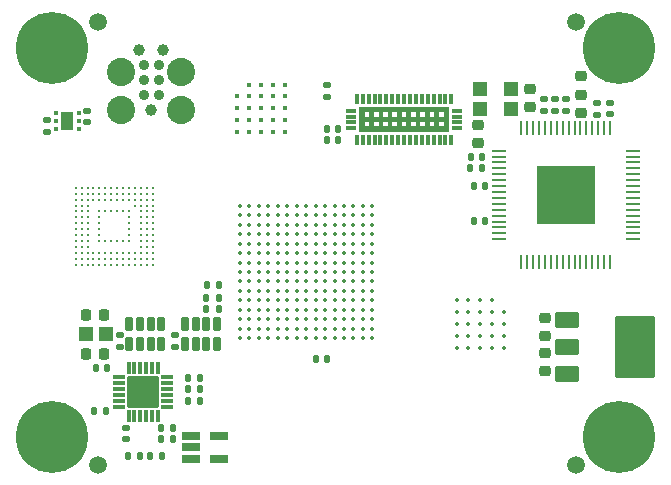
<source format=gts>
%TF.GenerationSoftware,KiCad,Pcbnew,9.0.6-9.0.6~ubuntu24.04.1*%
%TF.CreationDate,2025-11-23T23:40:51+01:00*%
%TF.ProjectId,BB3plus CM5 STM32H7 module,42423370-6c75-4732-9043-4d352053544d,r1B1*%
%TF.SameCoordinates,Original*%
%TF.FileFunction,Soldermask,Top*%
%TF.FilePolarity,Negative*%
%FSLAX46Y46*%
G04 Gerber Fmt 4.6, Leading zero omitted, Abs format (unit mm)*
G04 Created by KiCad (PCBNEW 9.0.6-9.0.6~ubuntu24.04.1) date 2025-11-23 23:40:51*
%MOMM*%
%LPD*%
G01*
G04 APERTURE LIST*
G04 Aperture macros list*
%AMRoundRect*
0 Rectangle with rounded corners*
0 $1 Rounding radius*
0 $2 $3 $4 $5 $6 $7 $8 $9 X,Y pos of 4 corners*
0 Add a 4 corners polygon primitive as box body*
4,1,4,$2,$3,$4,$5,$6,$7,$8,$9,$2,$3,0*
0 Add four circle primitives for the rounded corners*
1,1,$1+$1,$2,$3*
1,1,$1+$1,$4,$5*
1,1,$1+$1,$6,$7*
1,1,$1+$1,$8,$9*
0 Add four rect primitives between the rounded corners*
20,1,$1+$1,$2,$3,$4,$5,0*
20,1,$1+$1,$4,$5,$6,$7,0*
20,1,$1+$1,$6,$7,$8,$9,0*
20,1,$1+$1,$8,$9,$2,$3,0*%
G04 Aperture macros list end*
%ADD10C,0.000000*%
%ADD11RoundRect,0.135000X0.135000X0.185000X-0.135000X0.185000X-0.135000X-0.185000X0.135000X-0.185000X0*%
%ADD12RoundRect,0.225000X-0.225000X-0.250000X0.225000X-0.250000X0.225000X0.250000X-0.225000X0.250000X0*%
%ADD13RoundRect,0.057252X0.556248X-0.506248X0.556248X0.506248X-0.556248X0.506248X-0.556248X-0.506248X0*%
%ADD14RoundRect,0.140000X-0.140000X-0.170000X0.140000X-0.170000X0.140000X0.170000X-0.140000X0.170000X0*%
%ADD15RoundRect,0.135000X-0.185000X0.135000X-0.185000X-0.135000X0.185000X-0.135000X0.185000X0.135000X0*%
%ADD16RoundRect,0.140000X0.170000X-0.140000X0.170000X0.140000X-0.170000X0.140000X-0.170000X-0.140000X0*%
%ADD17RoundRect,0.140000X0.140000X0.170000X-0.140000X0.170000X-0.140000X-0.170000X0.140000X-0.170000X0*%
%ADD18C,1.500000*%
%ADD19C,0.355600*%
%ADD20RoundRect,0.225000X0.250000X-0.225000X0.250000X0.225000X-0.250000X0.225000X-0.250000X-0.225000X0*%
%ADD21R,0.228600X1.143000*%
%ADD22R,1.143000X0.228600*%
%ADD23R,5.000000X5.000000*%
%ADD24RoundRect,0.225000X-0.250000X0.225000X-0.250000X-0.225000X0.250000X-0.225000X0.250000X0.225000X0*%
%ADD25C,0.370000*%
%ADD26R,0.300000X0.850000*%
%ADD27R,0.850000X0.300000*%
%ADD28RoundRect,0.135000X0.185000X-0.135000X0.185000X0.135000X-0.185000X0.135000X-0.185000X-0.135000X0*%
%ADD29C,0.228600*%
%ADD30RoundRect,0.225000X0.225000X0.250000X-0.225000X0.250000X-0.225000X-0.250000X0.225000X-0.250000X0*%
%ADD31RoundRect,0.057573X-0.971127X-0.590127X0.971127X-0.590127X0.971127X0.590127X-0.971127X0.590127X0*%
%ADD32RoundRect,0.053238X-1.610462X-2.562962X1.610462X-2.562962X1.610462X2.562962X-1.610462X2.562962X0*%
%ADD33RoundRect,0.140000X-0.170000X0.140000X-0.170000X-0.140000X0.170000X-0.140000X0.170000X0.140000X0*%
%ADD34RoundRect,0.135000X-0.135000X-0.185000X0.135000X-0.185000X0.135000X0.185000X-0.135000X0.185000X0*%
%ADD35R,0.449999X0.299999*%
%ADD36R,1.000000X1.599999*%
%ADD37RoundRect,0.063703X0.249797X0.499797X-0.249797X0.499797X-0.249797X-0.499797X0.249797X-0.499797X0*%
%ADD38C,2.387600*%
%ADD39C,0.990600*%
%ADD40RoundRect,0.457200X0.000010X-0.000010X0.000010X0.000010X-0.000010X0.000010X-0.000010X-0.000010X0*%
%ADD41RoundRect,0.062345X-0.737755X-0.280555X0.737755X-0.280555X0.737755X0.280555X-0.737755X0.280555X0*%
%ADD42RoundRect,0.057252X-0.506248X-0.556248X0.506248X-0.556248X0.506248X0.556248X-0.506248X0.556248X0*%
%ADD43RoundRect,0.076200X-0.114300X-0.419100X0.114300X-0.419100X0.114300X0.419100X-0.114300X0.419100X0*%
%ADD44RoundRect,0.076200X-0.419100X0.114300X-0.419100X-0.114300X0.419100X-0.114300X0.419100X0.114300X0*%
%ADD45RoundRect,0.053290X1.305610X-1.305610X1.305610X1.305610X-1.305610X1.305610X-1.305610X-1.305610X0*%
%ADD46C,6.100000*%
G04 APERTURE END LIST*
D10*
%TO.C,IC9*%
G36*
X131248500Y-81186300D02*
G01*
X123571500Y-81186300D01*
X123571500Y-80691500D01*
X131248500Y-80691500D01*
X131248500Y-81186300D01*
G37*
G36*
X131248500Y-81973700D02*
G01*
X123571500Y-81973700D01*
X123571500Y-81586300D01*
X131248500Y-81586300D01*
X131248500Y-81973700D01*
G37*
G36*
X124060400Y-82868500D02*
G01*
X123571500Y-82868500D01*
X123571500Y-80691500D01*
X124060400Y-80691500D01*
X124060400Y-82868500D01*
G37*
G36*
X131248500Y-82868500D02*
G01*
X123571500Y-82868500D01*
X123571500Y-82373700D01*
X131248500Y-82373700D01*
X131248500Y-82868500D01*
G37*
G36*
X124847800Y-82868500D02*
G01*
X124460400Y-82868500D01*
X124460400Y-80691500D01*
X124847800Y-80691500D01*
X124847800Y-82868500D01*
G37*
G36*
X125635200Y-82868500D02*
G01*
X125247800Y-82868500D01*
X125247800Y-80691500D01*
X125635200Y-80691500D01*
X125635200Y-82868500D01*
G37*
G36*
X126422600Y-82868500D02*
G01*
X126035200Y-82868500D01*
X126035200Y-80691500D01*
X126422600Y-80691500D01*
X126422600Y-82868500D01*
G37*
G36*
X127210000Y-82868500D02*
G01*
X126822600Y-82868500D01*
X126822600Y-80691500D01*
X127210000Y-80691500D01*
X127210000Y-82868500D01*
G37*
G36*
X127997400Y-82868500D02*
G01*
X127610000Y-82868500D01*
X127610000Y-80691500D01*
X127997400Y-80691500D01*
X127997400Y-82868500D01*
G37*
G36*
X128784800Y-82868500D02*
G01*
X128397400Y-82868500D01*
X128397400Y-80691500D01*
X128784800Y-80691500D01*
X128784800Y-82868500D01*
G37*
G36*
X129572200Y-82868500D02*
G01*
X129184800Y-82868500D01*
X129184800Y-80691500D01*
X129572200Y-80691500D01*
X129572200Y-82868500D01*
G37*
G36*
X130359600Y-82868500D02*
G01*
X129972200Y-82868500D01*
X129972200Y-80691500D01*
X130359600Y-80691500D01*
X130359600Y-82868500D01*
G37*
G36*
X131248500Y-82868500D02*
G01*
X130759600Y-82868500D01*
X130759600Y-80691500D01*
X131248500Y-80691500D01*
X131248500Y-82868500D01*
G37*
%TD*%
D11*
%TO.C,R2*%
X111700000Y-96890000D03*
X110680000Y-96890000D03*
%TD*%
D12*
%TO.C,C55*%
X100445000Y-98320000D03*
X101995000Y-98320000D03*
%TD*%
D13*
%TO.C,FB4*%
X133840000Y-80930000D03*
X133840000Y-79230000D03*
%TD*%
D11*
%TO.C,R19*%
X134000000Y-85850000D03*
X132980000Y-85850000D03*
%TD*%
D14*
%TO.C,C7*%
X119940000Y-102020000D03*
X120900000Y-102020000D03*
%TD*%
D15*
%TO.C,R4*%
X108010000Y-100000000D03*
X108010000Y-101020000D03*
%TD*%
D16*
%TO.C,C6*%
X100600000Y-82000000D03*
X100600000Y-81040000D03*
%TD*%
D17*
%TO.C,C63*%
X134265300Y-87416801D03*
X133305300Y-87416801D03*
%TD*%
D18*
%TO.C,FM1*%
X101500000Y-73500000D03*
%TD*%
D19*
%TO.C,IC7*%
X135849994Y-98095000D03*
X135849994Y-99095000D03*
X135849994Y-100095000D03*
X135849994Y-101095000D03*
X134849996Y-97095000D03*
X134849996Y-98095000D03*
X134849996Y-99095000D03*
X134849996Y-100095000D03*
X134849996Y-101095000D03*
X133849998Y-97095000D03*
X133849998Y-98095000D03*
X133849998Y-99095000D03*
X133849998Y-100095000D03*
X133849998Y-101095000D03*
X132850000Y-97095000D03*
X132850000Y-98095000D03*
X132850000Y-99095000D03*
X132850000Y-100095000D03*
X132850000Y-101095000D03*
X131850002Y-97095000D03*
X131850002Y-98095000D03*
X131850002Y-99095000D03*
X131850002Y-100095000D03*
X131850002Y-101095000D03*
%TD*%
D20*
%TO.C,C1*%
X139340000Y-100110000D03*
X139340000Y-98560000D03*
%TD*%
D21*
%TO.C,IC8*%
X144840000Y-82493100D03*
X144340001Y-82493100D03*
X143840000Y-82493100D03*
X143340001Y-82493100D03*
X142839999Y-82493100D03*
X142340000Y-82493100D03*
X141840001Y-82493100D03*
X141340000Y-82493100D03*
X140840000Y-82493100D03*
X140339999Y-82493100D03*
X139840000Y-82493100D03*
X139340001Y-82493100D03*
X138839999Y-82493100D03*
X138340000Y-82493100D03*
X137839999Y-82493100D03*
X137340000Y-82493100D03*
D22*
X135413100Y-84420000D03*
X135413100Y-84919999D03*
X135413100Y-85420000D03*
X135413100Y-85919999D03*
X135413100Y-86420001D03*
X135413100Y-86920000D03*
X135413100Y-87419999D03*
X135413100Y-87920000D03*
X135413100Y-88420000D03*
X135413100Y-88920001D03*
X135413100Y-89420000D03*
X135413100Y-89919999D03*
X135413100Y-90420001D03*
X135413100Y-90920000D03*
X135413100Y-91420001D03*
X135413100Y-91920000D03*
D21*
X137340000Y-93846900D03*
X137839999Y-93846900D03*
X138340000Y-93846900D03*
X138839999Y-93846900D03*
X139340001Y-93846900D03*
X139840000Y-93846900D03*
X140339999Y-93846900D03*
X140840000Y-93846900D03*
X141340000Y-93846900D03*
X141840001Y-93846900D03*
X142340000Y-93846900D03*
X142839999Y-93846900D03*
X143340001Y-93846900D03*
X143840000Y-93846900D03*
X144340001Y-93846900D03*
X144840000Y-93846900D03*
D22*
X146766900Y-91920000D03*
X146766900Y-91420001D03*
X146766900Y-90920000D03*
X146766900Y-90420001D03*
X146766900Y-89919999D03*
X146766900Y-89420000D03*
X146766900Y-88920001D03*
X146766900Y-88420000D03*
X146766900Y-87920000D03*
X146766900Y-87419999D03*
X146766900Y-86920000D03*
X146766900Y-86420001D03*
X146766900Y-85919999D03*
X146766900Y-85420000D03*
X146766900Y-84919999D03*
X146766900Y-84420000D03*
D23*
X141090000Y-88170000D03*
%TD*%
D16*
%TO.C,C61*%
X144845300Y-81346801D03*
X144845300Y-80386801D03*
%TD*%
D24*
%TO.C,C2*%
X139347076Y-101520000D03*
X139347076Y-103070000D03*
%TD*%
D13*
%TO.C,FB3*%
X136420000Y-80920000D03*
X136420000Y-79220000D03*
%TD*%
D25*
%TO.C,IC10*%
X114300000Y-78830000D03*
X115300000Y-78830000D03*
X116300000Y-78830000D03*
X117300000Y-78830000D03*
X113300000Y-79830000D03*
X114300000Y-79830000D03*
X115300000Y-79830000D03*
X116300000Y-79830000D03*
X117300000Y-79830000D03*
X113300000Y-80830000D03*
X114300000Y-80830000D03*
X115300000Y-80830000D03*
X116300000Y-80830000D03*
X117300000Y-80830000D03*
X113300000Y-81830000D03*
X114300000Y-81830000D03*
X115300000Y-81830000D03*
X116300000Y-81830000D03*
X117300000Y-81830000D03*
X113300000Y-82830000D03*
X114300000Y-82830000D03*
X115300000Y-82830000D03*
X116300000Y-82830000D03*
X117300000Y-82830000D03*
%TD*%
D26*
%TO.C,IC9*%
X123410000Y-83505000D03*
X123909999Y-83505000D03*
X124410001Y-83505000D03*
X124910000Y-83505000D03*
X125409999Y-83505000D03*
X125910000Y-83505000D03*
X126409999Y-83505000D03*
X126910001Y-83505000D03*
X127410000Y-83505000D03*
X127909999Y-83505000D03*
X128410001Y-83505000D03*
X128910000Y-83505000D03*
X129410001Y-83505000D03*
X129910000Y-83505000D03*
X130409999Y-83505000D03*
X130910001Y-83505000D03*
X131410000Y-83505000D03*
D27*
X131885000Y-82530189D03*
X131885000Y-82030063D03*
X131885000Y-81529937D03*
X131885000Y-81029811D03*
D26*
X131410000Y-80055000D03*
X130910001Y-80055000D03*
X130409999Y-80055000D03*
X129910000Y-80055000D03*
X129410001Y-80055000D03*
X128910000Y-80055000D03*
X128410001Y-80055000D03*
X127909999Y-80055000D03*
X127410000Y-80055000D03*
X126910001Y-80055000D03*
X126409999Y-80055000D03*
X125910000Y-80055000D03*
X125409999Y-80055000D03*
X124910000Y-80055000D03*
X124410001Y-80055000D03*
X123909999Y-80055000D03*
X123410000Y-80055000D03*
D27*
X122935000Y-81029811D03*
X122935000Y-81529937D03*
X122935000Y-82030063D03*
X122935000Y-82530189D03*
%TD*%
D15*
%TO.C,R8*%
X103320700Y-100000000D03*
X103320700Y-101020000D03*
%TD*%
D17*
%TO.C,C71*%
X121820000Y-82580000D03*
X120860000Y-82580000D03*
%TD*%
%TO.C,C51*%
X107810700Y-108830000D03*
X106850700Y-108830000D03*
%TD*%
D28*
%TO.C,R20*%
X141120000Y-81090000D03*
X141120000Y-80070000D03*
%TD*%
D18*
%TO.C,FM3*%
X101500000Y-111000000D03*
%TD*%
D29*
%TO.C,IC5*%
X106110819Y-87569181D03*
X105610693Y-87569181D03*
X105110567Y-87569181D03*
X104610441Y-87569181D03*
X104110315Y-87569181D03*
X103610189Y-87569181D03*
X103110063Y-87569181D03*
X102609937Y-87569181D03*
X102109811Y-87569181D03*
X101609685Y-87569181D03*
X101109559Y-87569181D03*
X100609433Y-87569181D03*
X100109307Y-87569181D03*
X99609181Y-87569181D03*
X106110819Y-88069307D03*
X104610441Y-88069307D03*
X104110315Y-88069307D03*
X103610189Y-88069307D03*
X103110063Y-88069307D03*
X102609937Y-88069307D03*
X102109811Y-88069307D03*
X101609685Y-88069307D03*
X101109559Y-88069307D03*
X100609433Y-88069307D03*
X99609181Y-88069307D03*
X105110567Y-88569433D03*
X104610441Y-88569433D03*
X104110315Y-88569433D03*
X103610189Y-88569433D03*
X102609937Y-88569433D03*
X102109811Y-88569433D03*
X101609685Y-88569433D03*
X101109559Y-88569433D03*
X100609433Y-88569433D03*
X100109307Y-88569433D03*
X104610441Y-89069559D03*
X105110567Y-89569685D03*
X100109307Y-90069811D03*
X105610693Y-90569937D03*
X105110567Y-90569937D03*
X100609433Y-90569937D03*
X100109307Y-90569937D03*
X106110819Y-91070063D03*
X105610693Y-91070063D03*
X105110567Y-91070063D03*
X100609433Y-91070063D03*
X100109307Y-91070063D03*
X99609181Y-91070063D03*
X106110819Y-91570189D03*
X105610693Y-91570189D03*
X105110567Y-91570189D03*
X100609433Y-91570189D03*
X100109307Y-91570189D03*
X99609181Y-91570189D03*
X106110819Y-92070315D03*
X105610693Y-92070315D03*
X105110567Y-92070315D03*
X100609433Y-92070315D03*
X100109307Y-92070315D03*
X106110819Y-92570441D03*
X105610693Y-92570441D03*
X105110567Y-92570441D03*
X100609433Y-92570441D03*
X100109307Y-92570441D03*
X99609181Y-92570441D03*
X106110819Y-93070567D03*
X105610693Y-93070567D03*
X105110567Y-93070567D03*
X104610441Y-93070567D03*
X104110315Y-93070567D03*
X103610189Y-93070567D03*
X103110063Y-93070567D03*
X102609937Y-93070567D03*
X102109811Y-93070567D03*
X101609685Y-93070567D03*
X101109559Y-93070567D03*
X100609433Y-93070567D03*
X100109307Y-93070567D03*
X99609181Y-93070567D03*
X106110819Y-93570693D03*
X105610693Y-93570693D03*
X105110567Y-93570693D03*
X104610441Y-93570693D03*
X104110315Y-93570693D03*
X103610189Y-93570693D03*
X103110063Y-93570693D03*
X102609937Y-93570693D03*
X102109811Y-93570693D03*
X101609685Y-93570693D03*
X101109559Y-93570693D03*
X100609433Y-93570693D03*
X100109307Y-93570693D03*
X99609181Y-93570693D03*
X106110819Y-94070819D03*
X105610693Y-94070819D03*
X105110567Y-94070819D03*
X104610441Y-94070819D03*
X104110315Y-94070819D03*
X103610189Y-94070819D03*
X103110063Y-94070819D03*
X102609937Y-94070819D03*
X102109811Y-94070819D03*
X101609685Y-94070819D03*
X101109559Y-94070819D03*
X100609433Y-94070819D03*
X100109307Y-94070819D03*
X99609181Y-94070819D03*
X106110819Y-88569433D03*
X106110819Y-89069559D03*
X106110819Y-89569685D03*
X106110819Y-90069811D03*
X106110819Y-90569937D03*
X105610693Y-88069307D03*
X105610693Y-88569433D03*
X105610693Y-89069559D03*
X105610693Y-89569685D03*
X105610693Y-90069811D03*
X105110567Y-88069307D03*
X105110567Y-89069559D03*
X105110567Y-90069811D03*
X104110315Y-89569685D03*
X104110315Y-90069811D03*
X104110315Y-90569937D03*
X104110315Y-91070063D03*
X104110315Y-91570189D03*
X104110315Y-92070315D03*
X103610189Y-89569685D03*
X103610189Y-92070315D03*
X103110063Y-88569433D03*
X103110063Y-89569685D03*
X103110063Y-92070315D03*
X102609937Y-89569685D03*
X102609937Y-92070315D03*
X102109811Y-89569685D03*
X102109811Y-92070315D03*
X101609685Y-89569685D03*
X101609685Y-90069811D03*
X101609685Y-90569937D03*
X101609685Y-91070063D03*
X101609685Y-91570189D03*
X101609685Y-92070315D03*
X100609433Y-89069559D03*
X100609433Y-89569685D03*
X100609433Y-90069811D03*
X100109307Y-88069307D03*
X100109307Y-89069559D03*
X100109307Y-89569685D03*
X99609181Y-88569433D03*
X99609181Y-89069559D03*
X99609181Y-89569685D03*
X99609181Y-90069811D03*
X99609181Y-90569937D03*
X99609181Y-92070315D03*
%TD*%
D30*
%TO.C,C54*%
X102002000Y-101610000D03*
X100452000Y-101610000D03*
%TD*%
D14*
%TO.C,C50*%
X106850700Y-107910000D03*
X107810700Y-107910000D03*
%TD*%
D31*
%TO.C,IC1*%
X141207076Y-98718600D03*
X141207076Y-101030000D03*
X141207076Y-103341400D03*
D32*
X146972876Y-101030000D03*
%TD*%
D18*
%TO.C,FM2*%
X142000000Y-73500000D03*
%TD*%
D33*
%TO.C,C52*%
X103840000Y-107870000D03*
X103840000Y-108830000D03*
%TD*%
D24*
%TO.C,C68*%
X133690000Y-82215000D03*
X133690000Y-83765000D03*
%TD*%
D18*
%TO.C,FM4*%
X142000000Y-111000000D03*
%TD*%
D34*
%TO.C,R7*%
X109120000Y-105580000D03*
X110140000Y-105580000D03*
%TD*%
D11*
%TO.C,R10*%
X106940000Y-110240000D03*
X105920000Y-110240000D03*
%TD*%
D17*
%TO.C,C62*%
X134000000Y-84926801D03*
X133040000Y-84926801D03*
%TD*%
%TO.C,C53*%
X102290000Y-102810000D03*
X101330000Y-102810000D03*
%TD*%
D35*
%TO.C,IC4*%
X99869998Y-82570000D03*
X99869998Y-81919999D03*
X99869998Y-81270000D03*
X97920000Y-81270000D03*
X97920000Y-81919999D03*
X97920000Y-82570000D03*
D36*
X98894999Y-81919999D03*
%TD*%
D37*
%TO.C,RN2*%
X111550000Y-99130000D03*
X110650000Y-99130000D03*
X109750000Y-99130000D03*
X108850000Y-99130000D03*
X108850000Y-100830000D03*
X109750000Y-100830000D03*
X110650000Y-100830000D03*
X111550000Y-100830000D03*
%TD*%
D17*
%TO.C,C70*%
X121820000Y-83500000D03*
X120860000Y-83500000D03*
%TD*%
D28*
%TO.C,R18*%
X143770000Y-81390000D03*
X143770000Y-80370000D03*
%TD*%
D11*
%TO.C,R1*%
X111700000Y-97840000D03*
X110680000Y-97840000D03*
%TD*%
D16*
%TO.C,C3*%
X97190000Y-82810000D03*
X97190000Y-81850000D03*
%TD*%
D38*
%TO.C,X1*%
X103460000Y-80955000D03*
D39*
X106000000Y-80955000D03*
D38*
X108540000Y-80955000D03*
X103460000Y-77780000D03*
X108540000Y-77780000D03*
D39*
X104984000Y-75875000D03*
X107016000Y-75875000D03*
D40*
X106635000Y-79685000D03*
X105365000Y-79685000D03*
X106635000Y-78415000D03*
X105365000Y-78415000D03*
X106635000Y-77145000D03*
X105365000Y-77145000D03*
%TD*%
D41*
%TO.C,IC2*%
X109380000Y-108600000D03*
X109380000Y-109550000D03*
X109380000Y-110500000D03*
X111767600Y-110500000D03*
X111767600Y-108600000D03*
%TD*%
D15*
%TO.C,R22*%
X120910000Y-78820000D03*
X120910000Y-79840000D03*
%TD*%
D17*
%TO.C,C65*%
X134265300Y-90406801D03*
X133305300Y-90406801D03*
%TD*%
D11*
%TO.C,R9*%
X102160000Y-106440000D03*
X101140000Y-106440000D03*
%TD*%
D34*
%TO.C,R6*%
X109120000Y-104640000D03*
X110140000Y-104640000D03*
%TD*%
D42*
%TO.C,FB2*%
X100453000Y-99960000D03*
X102153000Y-99960000D03*
%TD*%
D20*
%TO.C,JP1*%
X142410000Y-79670000D03*
X142410000Y-78120000D03*
X142410000Y-81220000D03*
%TD*%
D43*
%TO.C,IC6*%
X104080000Y-106859300D03*
X104580000Y-106859300D03*
X105080000Y-106859300D03*
X105580000Y-106859300D03*
X106080000Y-106859300D03*
X106580000Y-106859300D03*
D44*
X107349300Y-106090000D03*
X107349300Y-105590000D03*
X107349300Y-105090000D03*
X107349300Y-104590000D03*
X107349300Y-104090000D03*
X107349300Y-103590000D03*
D43*
X106580000Y-102820700D03*
X106080000Y-102820700D03*
X105580000Y-102820700D03*
X105080000Y-102820700D03*
X104580000Y-102820700D03*
X104080000Y-102820700D03*
D44*
X103310700Y-103590000D03*
X103310700Y-104090000D03*
X103310700Y-104590000D03*
X103310700Y-105090000D03*
X103310700Y-105590000D03*
X103310700Y-106090000D03*
D45*
X105330000Y-104840000D03*
%TD*%
D15*
%TO.C,R17*%
X140184700Y-80070000D03*
X140184700Y-81090000D03*
%TD*%
D20*
%TO.C,C67*%
X138070000Y-80765000D03*
X138070000Y-79215000D03*
%TD*%
D11*
%TO.C,R11*%
X105080000Y-110240000D03*
X104060000Y-110240000D03*
%TD*%
%TO.C,R3*%
X111710000Y-95760000D03*
X110690000Y-95760000D03*
%TD*%
%TO.C,R5*%
X110140000Y-103700000D03*
X109120000Y-103700000D03*
%TD*%
D37*
%TO.C,RN1*%
X106860000Y-99130000D03*
X105960000Y-99130000D03*
X105060000Y-99130000D03*
X104160000Y-99130000D03*
X104160000Y-100830000D03*
X105060000Y-100830000D03*
X105960000Y-100830000D03*
X106860000Y-100830000D03*
%TD*%
D46*
%TO.C,SoM1*%
X97600000Y-108700000D03*
X145600000Y-108700000D03*
X97600000Y-75700000D03*
X145600000Y-75700000D03*
%TD*%
D16*
%TO.C,C64*%
X139260000Y-81040000D03*
X139260000Y-80080000D03*
%TD*%
D19*
%TO.C,IC3*%
X113520003Y-100293012D03*
X113520003Y-99493012D03*
X113520003Y-98693013D03*
X113520003Y-97893013D03*
X113520003Y-97093013D03*
X113520003Y-96293013D03*
X113520003Y-95493013D03*
X113520003Y-94693013D03*
X113520003Y-93893013D03*
X113520003Y-93093013D03*
X113520003Y-92293013D03*
X113520003Y-91493013D03*
X113520003Y-90693013D03*
X113520003Y-89893014D03*
X113520003Y-89093014D03*
X114320003Y-100293012D03*
X114320003Y-99493012D03*
X114320003Y-98693013D03*
X114320003Y-97893013D03*
X114320003Y-97093013D03*
X114320003Y-96293013D03*
X114320003Y-95493013D03*
X114320003Y-94693013D03*
X114320003Y-93893013D03*
X114320003Y-93093013D03*
X114320003Y-92293013D03*
X114320003Y-91493013D03*
X114320003Y-90693013D03*
X114320003Y-89893014D03*
X114320003Y-89093014D03*
X115120002Y-100293012D03*
X115120002Y-99493012D03*
X115120002Y-98693013D03*
X115120002Y-97893013D03*
X115120002Y-97093013D03*
X115120002Y-96293013D03*
X115120002Y-95493013D03*
X115120002Y-94693013D03*
X115120002Y-93893013D03*
X115120002Y-93093013D03*
X115120002Y-92293013D03*
X115120002Y-91493013D03*
X115120002Y-90693013D03*
X115120002Y-89893014D03*
X115120002Y-89093014D03*
X115920002Y-100293012D03*
X115920002Y-99493012D03*
X115920002Y-98693013D03*
X115920002Y-97893013D03*
X115920002Y-97093013D03*
X115920002Y-96293013D03*
X115920002Y-95493013D03*
X115920002Y-94693013D03*
X115920002Y-93893013D03*
X115920002Y-93093013D03*
X115920002Y-92293013D03*
X115920002Y-91493013D03*
X115920002Y-90693013D03*
X115920002Y-89893014D03*
X115920002Y-89093014D03*
X116720002Y-100293012D03*
X116720002Y-99493012D03*
X116720002Y-98693013D03*
X116720002Y-97893013D03*
X116720002Y-97093013D03*
X116720002Y-96293013D03*
X116720002Y-95493013D03*
X116720002Y-94693013D03*
X116720002Y-93893013D03*
X116720002Y-93093013D03*
X116720002Y-92293013D03*
X116720002Y-91493013D03*
X116720002Y-90693013D03*
X116720002Y-89893014D03*
X116720002Y-89093014D03*
X117520002Y-100293012D03*
X117520002Y-99493012D03*
X117520002Y-98693013D03*
X117520002Y-97893013D03*
X117520002Y-97093013D03*
X117520002Y-96293013D03*
X117520002Y-95493013D03*
X117520002Y-94693013D03*
X117520002Y-93893013D03*
X117520002Y-93093013D03*
X117520002Y-92293013D03*
X117520002Y-91493013D03*
X117520002Y-90693013D03*
X117520002Y-89893014D03*
X117520002Y-89093014D03*
X118320002Y-100293012D03*
X118320002Y-99493012D03*
X118320002Y-98693013D03*
X118320002Y-97893013D03*
X118320002Y-97093013D03*
X118320002Y-96293013D03*
X118320002Y-95493013D03*
X118320002Y-94693013D03*
X118320002Y-93893013D03*
X118320002Y-93093013D03*
X118320002Y-92293013D03*
X118320002Y-91493013D03*
X118320002Y-90693013D03*
X118320002Y-89893014D03*
X118320002Y-89093014D03*
X119120002Y-100293012D03*
X119120002Y-99493012D03*
X119120002Y-98693013D03*
X119120002Y-97893013D03*
X119120002Y-97093013D03*
X119120002Y-96293013D03*
X119120002Y-95493013D03*
X119120002Y-94693013D03*
X119120002Y-93893013D03*
X119120002Y-93093013D03*
X119120002Y-92293013D03*
X119120002Y-91493013D03*
X119120002Y-90693013D03*
X119120002Y-89893014D03*
X119120002Y-89093014D03*
X119920002Y-100293012D03*
X119920002Y-99493012D03*
X119920002Y-98693013D03*
X119920002Y-97893013D03*
X119920002Y-97093013D03*
X119920002Y-96293013D03*
X119920002Y-95493013D03*
X119920002Y-94693013D03*
X119920002Y-93893013D03*
X119920002Y-93093013D03*
X119920002Y-92293013D03*
X119920002Y-91493013D03*
X119920002Y-90693013D03*
X119920002Y-89893014D03*
X119920002Y-89093014D03*
X120720002Y-100293012D03*
X120720002Y-99493012D03*
X120720002Y-98693013D03*
X120720002Y-97893013D03*
X120720002Y-97093013D03*
X120720002Y-96293013D03*
X120720002Y-95493013D03*
X120720002Y-94693013D03*
X120720002Y-93893013D03*
X120720002Y-93093013D03*
X120720002Y-92293013D03*
X120720002Y-91493013D03*
X120720002Y-90693013D03*
X120720002Y-89893014D03*
X120720002Y-89093014D03*
X121520002Y-100293012D03*
X121520002Y-99493012D03*
X121520002Y-98693013D03*
X121520002Y-97893013D03*
X121520002Y-97093013D03*
X121520002Y-96293013D03*
X121520002Y-95493013D03*
X121520002Y-94693013D03*
X121520002Y-93893013D03*
X121520002Y-93093013D03*
X121520002Y-92293013D03*
X121520002Y-91493013D03*
X121520002Y-90693013D03*
X121520002Y-89893014D03*
X121520002Y-89093014D03*
X122320002Y-100293012D03*
X122320002Y-99493012D03*
X122320002Y-98693013D03*
X122320002Y-97893013D03*
X122320002Y-97093013D03*
X122320002Y-96293013D03*
X122320002Y-95493013D03*
X122320002Y-94693013D03*
X122320002Y-93893013D03*
X122320002Y-93093013D03*
X122320002Y-92293013D03*
X122320002Y-91493013D03*
X122320002Y-90693013D03*
X122320002Y-89893014D03*
X122320002Y-89093014D03*
X123120002Y-100293012D03*
X123120002Y-99493012D03*
X123120002Y-98693013D03*
X123120002Y-97893013D03*
X123120002Y-97093013D03*
X123120002Y-96293013D03*
X123120002Y-95493013D03*
X123120002Y-94693013D03*
X123120002Y-93893013D03*
X123120002Y-93093013D03*
X123120002Y-92293013D03*
X123120002Y-91493013D03*
X123120002Y-90693013D03*
X123120002Y-89893014D03*
X123120002Y-89093014D03*
X123920001Y-100293012D03*
X123920001Y-99493012D03*
X123920001Y-98693013D03*
X123920001Y-97893013D03*
X123920001Y-97093013D03*
X123920001Y-96293013D03*
X123920001Y-95493013D03*
X123920001Y-94693013D03*
X123920001Y-93893013D03*
X123920001Y-93093013D03*
X123920001Y-92293013D03*
X123920001Y-91493013D03*
X123920001Y-90693013D03*
X123920001Y-89893014D03*
X123920001Y-89093014D03*
X124720001Y-100293012D03*
X124720001Y-99493012D03*
X124720001Y-98693013D03*
X124720001Y-97893013D03*
X124720001Y-97093013D03*
X124720001Y-96293013D03*
X124720001Y-95493013D03*
X124720001Y-94693013D03*
X124720001Y-93893013D03*
X124720001Y-93093013D03*
X124720001Y-92293013D03*
X124720001Y-91493013D03*
X124720001Y-90693013D03*
X124720001Y-89893014D03*
X124720001Y-89093014D03*
%TD*%
M02*

</source>
